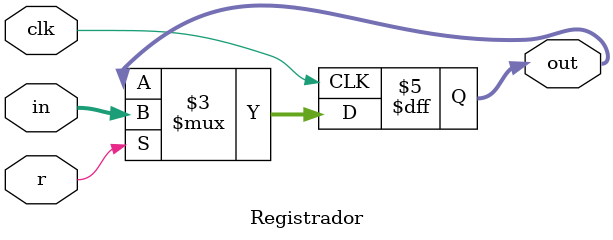
<source format=v>
module Registrador (

    input signed [15:0] in,
    input clk,
    input r,
    output reg signed [15:0] out
);
    always @(posedge clk) begin
        if (r == 1) begin
            out <= in;
        end
    end

endmodule
</source>
